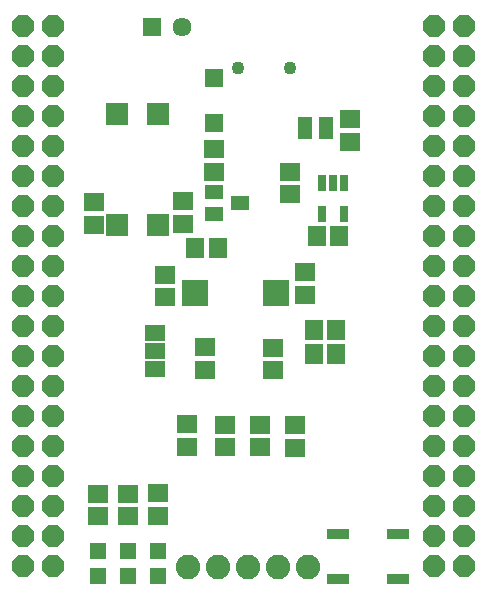
<source format=gbr>
G04 EAGLE Gerber RS-274X export*
G75*
%MOMM*%
%FSLAX34Y34*%
%LPD*%
%INSoldermask Bottom*%
%IPPOS*%
%AMOC8*
5,1,8,0,0,1.08239X$1,22.5*%
G01*
%ADD10R,1.503200X1.703200*%
%ADD11R,1.703200X1.503200*%
%ADD12C,1.103200*%
%ADD13C,2.082800*%
%ADD14R,2.235200X2.235200*%
%ADD15R,0.753200X1.403200*%
%ADD16R,1.612800X1.612800*%
%ADD17C,1.612800*%
%ADD18R,1.603200X1.603200*%
%ADD19P,1.979475X8X292.500000*%
%ADD20R,1.603200X1.203200*%
%ADD21R,1.223200X1.983200*%
%ADD22R,1.981200X1.981200*%
%ADD23R,1.803400X1.371600*%
%ADD24R,1.403200X1.403200*%
%ADD25R,1.854200X0.965200*%


D10*
X298044Y218948D03*
X279044Y218948D03*
X298044Y198692D03*
X279044Y198692D03*
D11*
X172148Y120294D03*
X172148Y139294D03*
X263144Y119723D03*
X263144Y138723D03*
X233616Y119786D03*
X233616Y138786D03*
D10*
X178968Y289052D03*
X197968Y289052D03*
D11*
X244602Y185318D03*
X244602Y204318D03*
X187516Y204572D03*
X187516Y185572D03*
D12*
X259490Y441071D03*
X215490Y441071D03*
D13*
X172911Y18796D03*
X198311Y18796D03*
X223711Y18796D03*
X249111Y18796D03*
X274511Y18796D03*
D11*
X204089Y119913D03*
X204089Y138913D03*
X258953Y353035D03*
X258953Y334035D03*
X309753Y378549D03*
X309753Y397549D03*
X153352Y246786D03*
X153352Y265786D03*
X272161Y249199D03*
X272161Y268199D03*
X93281Y308317D03*
X93281Y327317D03*
X168720Y309207D03*
X168720Y328207D03*
D14*
X178943Y250190D03*
X247523Y250190D03*
D15*
X286283Y343581D03*
X295783Y343581D03*
X305283Y343581D03*
X305283Y317581D03*
X286283Y317581D03*
D10*
X281584Y299148D03*
X300584Y299148D03*
D16*
X142240Y475425D03*
D17*
X167640Y475425D03*
D18*
X195008Y432893D03*
X195008Y394893D03*
D19*
X381064Y476631D03*
X406464Y476631D03*
X381064Y451231D03*
X406464Y451231D03*
X381064Y425831D03*
X406464Y425831D03*
X381064Y400431D03*
X406464Y400431D03*
X381064Y375031D03*
X406464Y375031D03*
X381064Y349631D03*
X406464Y349631D03*
X381064Y324231D03*
X406464Y324231D03*
X381064Y298831D03*
X406464Y298831D03*
X381064Y273431D03*
X406464Y273431D03*
X381064Y248031D03*
X406464Y248031D03*
X381064Y222631D03*
X406464Y222631D03*
X381064Y197231D03*
X406464Y197231D03*
X381064Y171831D03*
X406464Y171831D03*
X381064Y146431D03*
X406464Y146431D03*
X381064Y121031D03*
X406464Y121031D03*
X381064Y95631D03*
X406464Y95631D03*
X381064Y70231D03*
X406464Y70231D03*
X381064Y44831D03*
X406464Y44831D03*
X381064Y19431D03*
X406464Y19431D03*
X33338Y476314D03*
X58738Y476314D03*
X33338Y450914D03*
X58738Y450914D03*
X33338Y425514D03*
X58738Y425514D03*
X33338Y400114D03*
X58738Y400114D03*
X33338Y374714D03*
X58738Y374714D03*
X33338Y349314D03*
X58738Y349314D03*
X33338Y323914D03*
X58738Y323914D03*
X33338Y298514D03*
X58738Y298514D03*
X33338Y273114D03*
X58738Y273114D03*
X33338Y247714D03*
X58738Y247714D03*
X33338Y222314D03*
X58738Y222314D03*
X33338Y196914D03*
X58738Y196914D03*
X33338Y171514D03*
X58738Y171514D03*
X33338Y146114D03*
X58738Y146114D03*
X33338Y120714D03*
X58738Y120714D03*
X33338Y95314D03*
X58738Y95314D03*
X33338Y69914D03*
X58738Y69914D03*
X33338Y44514D03*
X58738Y44514D03*
X33338Y19114D03*
X58738Y19114D03*
D20*
X217121Y326898D03*
X195121Y336398D03*
X195121Y317398D03*
D11*
X194691Y372402D03*
X194691Y353402D03*
D21*
X289379Y390334D03*
X271579Y390334D03*
D11*
X96519Y61682D03*
X96519Y80682D03*
X121920Y61684D03*
X121920Y80684D03*
X147194Y61875D03*
X147194Y80875D03*
D22*
X147294Y307838D03*
X147294Y401838D03*
X112294Y307838D03*
X112294Y401838D03*
D23*
X144526Y216916D03*
X144526Y201676D03*
X144526Y186436D03*
D24*
X147320Y10836D03*
X147320Y31836D03*
X121666Y10963D03*
X121666Y31963D03*
D25*
X350520Y46482D03*
X299720Y46482D03*
X350520Y8382D03*
X299720Y8382D03*
D24*
X96520Y10963D03*
X96520Y31963D03*
M02*

</source>
